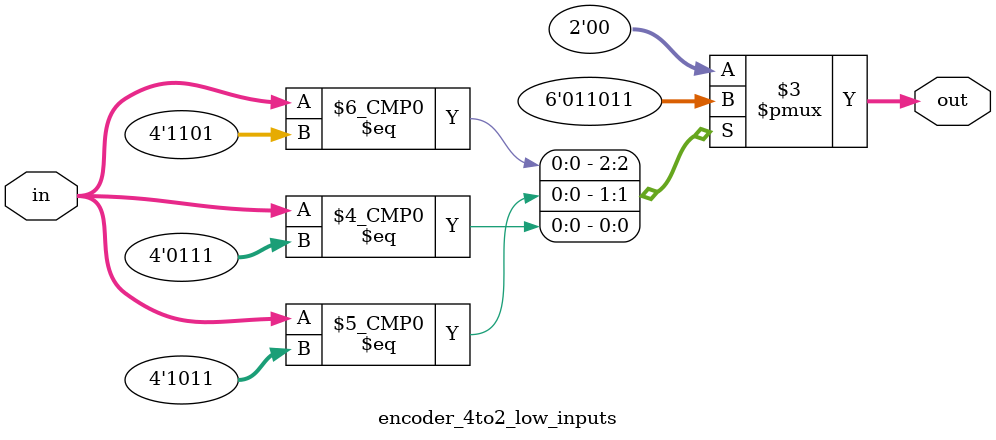
<source format=sv>
module encoder_4to2_low_inputs (
    input wire [3:0] in,  // Entradas activas bajas desde las columnas del teclado
    output reg [1:0] out  // Salida de 2 bits codificada
);

    always @(*) begin
        case (in)  // Las entradas son activas bajas, por lo que detectamos el 0 en cada columna
            4'b1110: out = 2'b00;  // Columna 0 activa (baja)
            4'b1101: out = 2'b01;  // Columna 1 activa (baja)
            4'b1011: out = 2'b10;  // Columna 2 activa (baja)
            4'b0111: out = 2'b11;  // Columna 3 activa (baja)
            default: out = 2'b00;  // Caso por defecto (sin teclas presionadas)
        endcase
    end
endmodule

</source>
